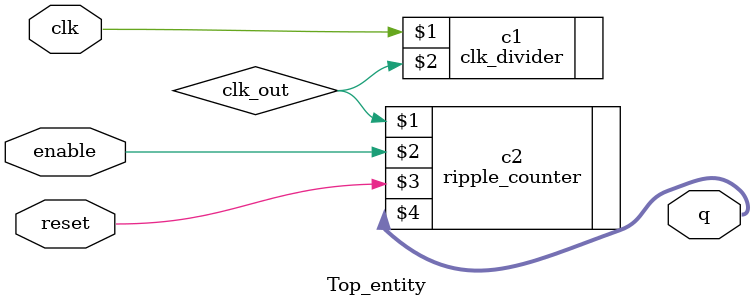
<source format=v>
`timescale 1ns / 1ps


module Top_entity(
    input reset,
    input enable,
    input clk,
    output [3:0] q
    );
    
    wire clk_out;
    
    clk_divider c1(clk,clk_out);
    ripple_counter c2(clk_out,enable,reset,q);
endmodule
</source>
